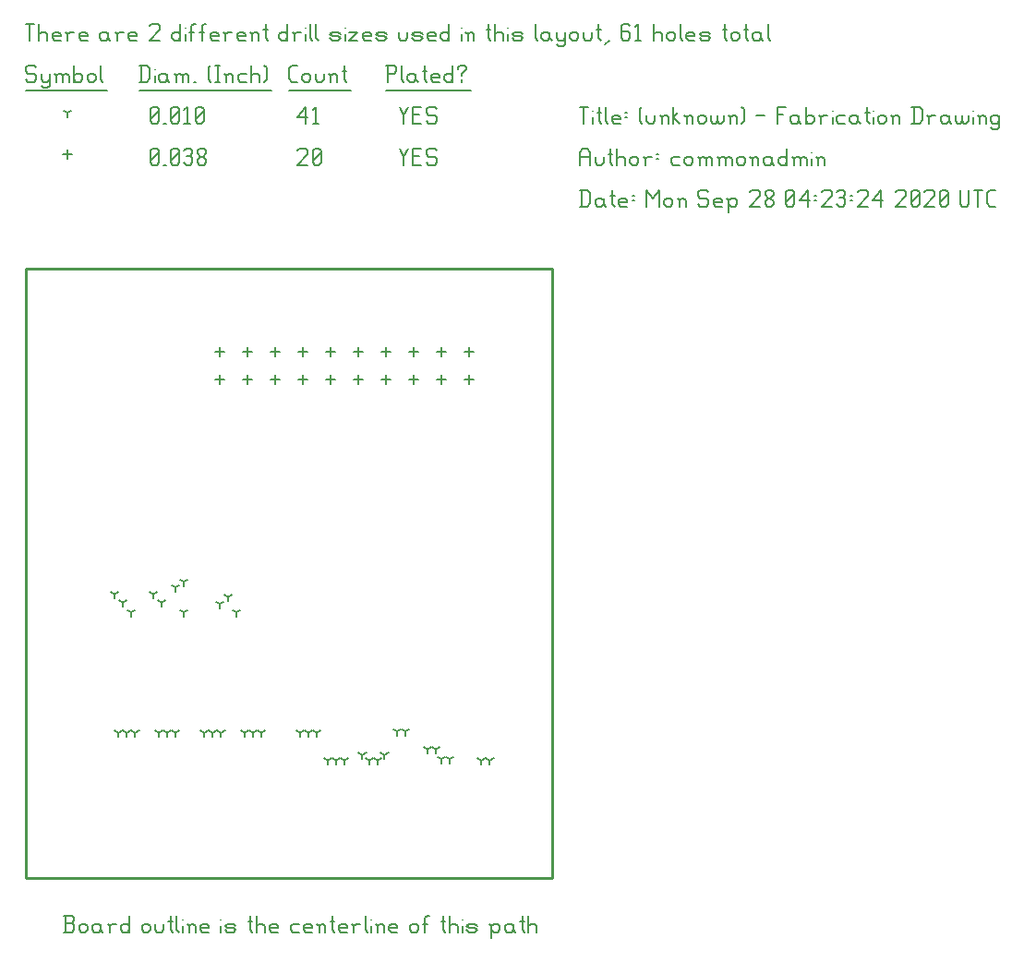
<source format=gbr>
G04 start of page 14 for group -3984 idx -3984 *
G04 Title: (unknown), fab *
G04 Creator: pcb 4.2.0 *
G04 CreationDate: Mon Sep 28 04:23:24 2020 UTC *
G04 For: commonadmin *
G04 Format: Gerber/RS-274X *
G04 PCB-Dimensions (mil): 2000.00 2300.00 *
G04 PCB-Coordinate-Origin: lower left *
%MOIN*%
%FSLAX25Y25*%
%LNFAB*%
%ADD56C,0.0100*%
%ADD55C,0.0075*%
%ADD54C,0.0060*%
%ADD53C,0.0080*%
G54D53*X160000Y201600D02*Y198400D01*
X158400Y200000D02*X161600D01*
X160000Y191600D02*Y188400D01*
X158400Y190000D02*X161600D01*
X150000Y201600D02*Y198400D01*
X148400Y200000D02*X151600D01*
X150000Y191600D02*Y188400D01*
X148400Y190000D02*X151600D01*
X140000Y201600D02*Y198400D01*
X138400Y200000D02*X141600D01*
X140000Y191600D02*Y188400D01*
X138400Y190000D02*X141600D01*
X130000Y201600D02*Y198400D01*
X128400Y200000D02*X131600D01*
X130000Y191600D02*Y188400D01*
X128400Y190000D02*X131600D01*
X120000Y201600D02*Y198400D01*
X118400Y200000D02*X121600D01*
X120000Y191600D02*Y188400D01*
X118400Y190000D02*X121600D01*
X110000Y201600D02*Y198400D01*
X108400Y200000D02*X111600D01*
X110000Y191600D02*Y188400D01*
X108400Y190000D02*X111600D01*
X100000Y201600D02*Y198400D01*
X98400Y200000D02*X101600D01*
X100000Y191600D02*Y188400D01*
X98400Y190000D02*X101600D01*
X90000Y201600D02*Y198400D01*
X88400Y200000D02*X91600D01*
X90000Y191600D02*Y188400D01*
X88400Y190000D02*X91600D01*
X80000Y201600D02*Y198400D01*
X78400Y200000D02*X81600D01*
X80000Y191600D02*Y188400D01*
X78400Y190000D02*X81600D01*
X70000Y201600D02*Y198400D01*
X68400Y200000D02*X71600D01*
X70000Y191600D02*Y188400D01*
X68400Y190000D02*X71600D01*
X15000Y272850D02*Y269650D01*
X13400Y271250D02*X16600D01*
G54D54*X135000Y273500D02*X136500Y270500D01*
X138000Y273500D01*
X136500Y270500D02*Y267500D01*
X139800Y270800D02*X142050D01*
X139800Y267500D02*X142800D01*
X139800Y273500D02*Y267500D01*
Y273500D02*X142800D01*
X147600D02*X148350Y272750D01*
X145350Y273500D02*X147600D01*
X144600Y272750D02*X145350Y273500D01*
X144600Y272750D02*Y271250D01*
X145350Y270500D01*
X147600D01*
X148350Y269750D01*
Y268250D01*
X147600Y267500D02*X148350Y268250D01*
X145350Y267500D02*X147600D01*
X144600Y268250D02*X145350Y267500D01*
X98000Y272750D02*X98750Y273500D01*
X101000D01*
X101750Y272750D01*
Y271250D01*
X98000Y267500D02*X101750Y271250D01*
X98000Y267500D02*X101750D01*
X103550Y268250D02*X104300Y267500D01*
X103550Y272750D02*Y268250D01*
Y272750D02*X104300Y273500D01*
X105800D01*
X106550Y272750D01*
Y268250D01*
X105800Y267500D02*X106550Y268250D01*
X104300Y267500D02*X105800D01*
X103550Y269000D02*X106550Y272000D01*
X45000Y268250D02*X45750Y267500D01*
X45000Y272750D02*Y268250D01*
Y272750D02*X45750Y273500D01*
X47250D01*
X48000Y272750D01*
Y268250D01*
X47250Y267500D02*X48000Y268250D01*
X45750Y267500D02*X47250D01*
X45000Y269000D02*X48000Y272000D01*
X49800Y267500D02*X50550D01*
X52350Y268250D02*X53100Y267500D01*
X52350Y272750D02*Y268250D01*
Y272750D02*X53100Y273500D01*
X54600D01*
X55350Y272750D01*
Y268250D01*
X54600Y267500D02*X55350Y268250D01*
X53100Y267500D02*X54600D01*
X52350Y269000D02*X55350Y272000D01*
X57150Y272750D02*X57900Y273500D01*
X59400D01*
X60150Y272750D01*
X59400Y267500D02*X60150Y268250D01*
X57900Y267500D02*X59400D01*
X57150Y268250D02*X57900Y267500D01*
Y270800D02*X59400D01*
X60150Y272750D02*Y271550D01*
Y270050D02*Y268250D01*
Y270050D02*X59400Y270800D01*
X60150Y271550D02*X59400Y270800D01*
X61950Y268250D02*X62700Y267500D01*
X61950Y269450D02*Y268250D01*
Y269450D02*X63000Y270500D01*
X63900D01*
X64950Y269450D01*
Y268250D01*
X64200Y267500D02*X64950Y268250D01*
X62700Y267500D02*X64200D01*
X61950Y271550D02*X63000Y270500D01*
X61950Y272750D02*Y271550D01*
Y272750D02*X62700Y273500D01*
X64200D01*
X64950Y272750D01*
Y271550D01*
X63900Y270500D02*X64950Y271550D01*
X149999Y53000D02*Y51400D01*
Y53000D02*X151386Y53800D01*
X149999Y53000D02*X148613Y53800D01*
X153000Y53000D02*Y51400D01*
Y53000D02*X154387Y53800D01*
X153000Y53000D02*X151613Y53800D01*
X145000Y56500D02*Y54900D01*
Y56500D02*X146387Y57300D01*
X145000Y56500D02*X143613Y57300D01*
X148000Y56500D02*Y54900D01*
Y56500D02*X149387Y57300D01*
X148000Y56500D02*X146613Y57300D01*
X134000Y63000D02*Y61400D01*
Y63000D02*X135387Y63800D01*
X134000Y63000D02*X132613Y63800D01*
X137000Y63000D02*Y61400D01*
Y63000D02*X138387Y63800D01*
X137000Y63000D02*X135613Y63800D01*
X121500Y54500D02*Y52900D01*
Y54500D02*X122887Y55300D01*
X121500Y54500D02*X120113Y55300D01*
X124000Y52500D02*Y50900D01*
Y52500D02*X125387Y53300D01*
X124000Y52500D02*X122613Y53300D01*
X127000Y52500D02*Y50900D01*
Y52500D02*X128387Y53300D01*
X127000Y52500D02*X125613Y53300D01*
X129500Y54500D02*Y52900D01*
Y54500D02*X130887Y55300D01*
X129500Y54500D02*X128113Y55300D01*
X164500Y52500D02*Y50900D01*
Y52500D02*X165887Y53300D01*
X164500Y52500D02*X163113Y53300D01*
X167500Y52500D02*Y50900D01*
Y52500D02*X168887Y53300D01*
X167500Y52500D02*X166113Y53300D01*
X109000Y52500D02*Y50900D01*
Y52500D02*X110387Y53300D01*
X109000Y52500D02*X107613Y53300D01*
X112000Y52500D02*Y50900D01*
Y52500D02*X113387Y53300D01*
X112000Y52500D02*X110613Y53300D01*
X115000Y52500D02*Y50900D01*
Y52500D02*X116387Y53300D01*
X115000Y52500D02*X113613Y53300D01*
X99000Y62500D02*Y60900D01*
Y62500D02*X100387Y63300D01*
X99000Y62500D02*X97613Y63300D01*
X102000Y62500D02*Y60900D01*
Y62500D02*X103387Y63300D01*
X102000Y62500D02*X100613Y63300D01*
X105000Y62500D02*Y60900D01*
Y62500D02*X106387Y63300D01*
X105000Y62500D02*X103613Y63300D01*
X39500Y62500D02*Y60900D01*
Y62500D02*X40887Y63300D01*
X39500Y62500D02*X38113Y63300D01*
X36500Y62500D02*Y60900D01*
Y62500D02*X37887Y63300D01*
X36500Y62500D02*X35113Y63300D01*
X33500Y62500D02*Y60900D01*
Y62500D02*X34887Y63300D01*
X33500Y62500D02*X32113Y63300D01*
X54000Y62500D02*Y60900D01*
Y62500D02*X55387Y63300D01*
X54000Y62500D02*X52613Y63300D01*
X51000Y62500D02*Y60900D01*
Y62500D02*X52387Y63300D01*
X51000Y62500D02*X49613Y63300D01*
X48000Y62500D02*Y60900D01*
Y62500D02*X49387Y63300D01*
X48000Y62500D02*X46613Y63300D01*
X70500Y62500D02*Y60900D01*
Y62500D02*X71887Y63300D01*
X70500Y62500D02*X69113Y63300D01*
X67500Y62500D02*Y60900D01*
Y62500D02*X68887Y63300D01*
X67500Y62500D02*X66113Y63300D01*
X64500Y62500D02*Y60900D01*
Y62500D02*X65887Y63300D01*
X64500Y62500D02*X63113Y63300D01*
X85000Y62500D02*Y60900D01*
Y62500D02*X86387Y63300D01*
X85000Y62500D02*X83613Y63300D01*
X82000Y62500D02*Y60900D01*
Y62500D02*X83387Y63300D01*
X82000Y62500D02*X80613Y63300D01*
X79000Y62500D02*Y60900D01*
Y62500D02*X80387Y63300D01*
X79000Y62500D02*X77613Y63300D01*
X57000Y117000D02*Y115400D01*
Y117000D02*X58387Y117800D01*
X57000Y117000D02*X55613Y117800D01*
X54000Y115000D02*Y113400D01*
Y115000D02*X55387Y115800D01*
X54000Y115000D02*X52613Y115800D01*
X73000Y111500D02*Y109900D01*
Y111500D02*X74387Y112300D01*
X73000Y111500D02*X71613Y112300D01*
X70000Y109000D02*Y107400D01*
Y109000D02*X71387Y109800D01*
X70000Y109000D02*X68613Y109800D01*
X57000Y106000D02*Y104400D01*
Y106000D02*X58387Y106800D01*
X57000Y106000D02*X55613Y106800D01*
X76000Y106000D02*Y104400D01*
Y106000D02*X77387Y106800D01*
X76000Y106000D02*X74613Y106800D01*
X38000Y106000D02*Y104400D01*
Y106000D02*X39387Y106800D01*
X38000Y106000D02*X36613Y106800D01*
X49000Y109500D02*Y107900D01*
Y109500D02*X50387Y110300D01*
X49000Y109500D02*X47613Y110300D01*
X35000Y109500D02*Y107900D01*
Y109500D02*X36387Y110300D01*
X35000Y109500D02*X33613Y110300D01*
X32000Y112500D02*Y110900D01*
Y112500D02*X33387Y113300D01*
X32000Y112500D02*X30613Y113300D01*
X46000Y112500D02*Y110900D01*
Y112500D02*X47387Y113300D01*
X46000Y112500D02*X44613Y113300D01*
X15000Y286250D02*Y284650D01*
Y286250D02*X16387Y287050D01*
X15000Y286250D02*X13613Y287050D01*
X135000Y288500D02*X136500Y285500D01*
X138000Y288500D01*
X136500Y285500D02*Y282500D01*
X139800Y285800D02*X142050D01*
X139800Y282500D02*X142800D01*
X139800Y288500D02*Y282500D01*
Y288500D02*X142800D01*
X147600D02*X148350Y287750D01*
X145350Y288500D02*X147600D01*
X144600Y287750D02*X145350Y288500D01*
X144600Y287750D02*Y286250D01*
X145350Y285500D01*
X147600D01*
X148350Y284750D01*
Y283250D01*
X147600Y282500D02*X148350Y283250D01*
X145350Y282500D02*X147600D01*
X144600Y283250D02*X145350Y282500D01*
X98000Y284750D02*X101000Y288500D01*
X98000Y284750D02*X101750D01*
X101000Y288500D02*Y282500D01*
X103550Y287300D02*X104750Y288500D01*
Y282500D01*
X103550D02*X105800D01*
X45000Y283250D02*X45750Y282500D01*
X45000Y287750D02*Y283250D01*
Y287750D02*X45750Y288500D01*
X47250D01*
X48000Y287750D01*
Y283250D01*
X47250Y282500D02*X48000Y283250D01*
X45750Y282500D02*X47250D01*
X45000Y284000D02*X48000Y287000D01*
X49800Y282500D02*X50550D01*
X52350Y283250D02*X53100Y282500D01*
X52350Y287750D02*Y283250D01*
Y287750D02*X53100Y288500D01*
X54600D01*
X55350Y287750D01*
Y283250D01*
X54600Y282500D02*X55350Y283250D01*
X53100Y282500D02*X54600D01*
X52350Y284000D02*X55350Y287000D01*
X57150Y287300D02*X58350Y288500D01*
Y282500D01*
X57150D02*X59400D01*
X61200Y283250D02*X61950Y282500D01*
X61200Y287750D02*Y283250D01*
Y287750D02*X61950Y288500D01*
X63450D01*
X64200Y287750D01*
Y283250D01*
X63450Y282500D02*X64200Y283250D01*
X61950Y282500D02*X63450D01*
X61200Y284000D02*X64200Y287000D01*
X3000Y303500D02*X3750Y302750D01*
X750Y303500D02*X3000D01*
X0Y302750D02*X750Y303500D01*
X0Y302750D02*Y301250D01*
X750Y300500D01*
X3000D01*
X3750Y299750D01*
Y298250D01*
X3000Y297500D02*X3750Y298250D01*
X750Y297500D02*X3000D01*
X0Y298250D02*X750Y297500D01*
X5550Y300500D02*Y298250D01*
X6300Y297500D01*
X8550Y300500D02*Y296000D01*
X7800Y295250D02*X8550Y296000D01*
X6300Y295250D02*X7800D01*
X5550Y296000D02*X6300Y295250D01*
Y297500D02*X7800D01*
X8550Y298250D01*
X11100Y299750D02*Y297500D01*
Y299750D02*X11850Y300500D01*
X12600D01*
X13350Y299750D01*
Y297500D01*
Y299750D02*X14100Y300500D01*
X14850D01*
X15600Y299750D01*
Y297500D01*
X10350Y300500D02*X11100Y299750D01*
X17400Y303500D02*Y297500D01*
Y298250D02*X18150Y297500D01*
X19650D01*
X20400Y298250D01*
Y299750D02*Y298250D01*
X19650Y300500D02*X20400Y299750D01*
X18150Y300500D02*X19650D01*
X17400Y299750D02*X18150Y300500D01*
X22200Y299750D02*Y298250D01*
Y299750D02*X22950Y300500D01*
X24450D01*
X25200Y299750D01*
Y298250D01*
X24450Y297500D02*X25200Y298250D01*
X22950Y297500D02*X24450D01*
X22200Y298250D02*X22950Y297500D01*
X27000Y303500D02*Y298250D01*
X27750Y297500D01*
X0Y294250D02*X29250D01*
X41750Y303500D02*Y297500D01*
X43700Y303500D02*X44750Y302450D01*
Y298550D01*
X43700Y297500D02*X44750Y298550D01*
X41000Y297500D02*X43700D01*
X41000Y303500D02*X43700D01*
G54D55*X46550Y302000D02*Y301850D01*
G54D54*Y299750D02*Y297500D01*
X50300Y300500D02*X51050Y299750D01*
X48800Y300500D02*X50300D01*
X48050Y299750D02*X48800Y300500D01*
X48050Y299750D02*Y298250D01*
X48800Y297500D01*
X51050Y300500D02*Y298250D01*
X51800Y297500D01*
X48800D02*X50300D01*
X51050Y298250D01*
X54350Y299750D02*Y297500D01*
Y299750D02*X55100Y300500D01*
X55850D01*
X56600Y299750D01*
Y297500D01*
Y299750D02*X57350Y300500D01*
X58100D01*
X58850Y299750D01*
Y297500D01*
X53600Y300500D02*X54350Y299750D01*
X60650Y297500D02*X61400D01*
X65900Y298250D02*X66650Y297500D01*
X65900Y302750D02*X66650Y303500D01*
X65900Y302750D02*Y298250D01*
X68450Y303500D02*X69950D01*
X69200D02*Y297500D01*
X68450D02*X69950D01*
X72500Y299750D02*Y297500D01*
Y299750D02*X73250Y300500D01*
X74000D01*
X74750Y299750D01*
Y297500D01*
X71750Y300500D02*X72500Y299750D01*
X77300Y300500D02*X79550D01*
X76550Y299750D02*X77300Y300500D01*
X76550Y299750D02*Y298250D01*
X77300Y297500D01*
X79550D01*
X81350Y303500D02*Y297500D01*
Y299750D02*X82100Y300500D01*
X83600D01*
X84350Y299750D01*
Y297500D01*
X86150Y303500D02*X86900Y302750D01*
Y298250D01*
X86150Y297500D02*X86900Y298250D01*
X41000Y294250D02*X88700D01*
X96050Y297500D02*X98000D01*
X95000Y298550D02*X96050Y297500D01*
X95000Y302450D02*Y298550D01*
Y302450D02*X96050Y303500D01*
X98000D01*
X99800Y299750D02*Y298250D01*
Y299750D02*X100550Y300500D01*
X102050D01*
X102800Y299750D01*
Y298250D01*
X102050Y297500D02*X102800Y298250D01*
X100550Y297500D02*X102050D01*
X99800Y298250D02*X100550Y297500D01*
X104600Y300500D02*Y298250D01*
X105350Y297500D01*
X106850D01*
X107600Y298250D01*
Y300500D02*Y298250D01*
X110150Y299750D02*Y297500D01*
Y299750D02*X110900Y300500D01*
X111650D01*
X112400Y299750D01*
Y297500D01*
X109400Y300500D02*X110150Y299750D01*
X114950Y303500D02*Y298250D01*
X115700Y297500D01*
X114200Y301250D02*X115700D01*
X95000Y294250D02*X117200D01*
X130750Y303500D02*Y297500D01*
X130000Y303500D02*X133000D01*
X133750Y302750D01*
Y301250D01*
X133000Y300500D02*X133750Y301250D01*
X130750Y300500D02*X133000D01*
X135550Y303500D02*Y298250D01*
X136300Y297500D01*
X140050Y300500D02*X140800Y299750D01*
X138550Y300500D02*X140050D01*
X137800Y299750D02*X138550Y300500D01*
X137800Y299750D02*Y298250D01*
X138550Y297500D01*
X140800Y300500D02*Y298250D01*
X141550Y297500D01*
X138550D02*X140050D01*
X140800Y298250D01*
X144100Y303500D02*Y298250D01*
X144850Y297500D01*
X143350Y301250D02*X144850D01*
X147100Y297500D02*X149350D01*
X146350Y298250D02*X147100Y297500D01*
X146350Y299750D02*Y298250D01*
Y299750D02*X147100Y300500D01*
X148600D01*
X149350Y299750D01*
X146350Y299000D02*X149350D01*
Y299750D02*Y299000D01*
X154150Y303500D02*Y297500D01*
X153400D02*X154150Y298250D01*
X151900Y297500D02*X153400D01*
X151150Y298250D02*X151900Y297500D01*
X151150Y299750D02*Y298250D01*
Y299750D02*X151900Y300500D01*
X153400D01*
X154150Y299750D01*
X157450Y300500D02*Y299750D01*
Y298250D02*Y297500D01*
X155950Y302750D02*Y302000D01*
Y302750D02*X156700Y303500D01*
X158200D01*
X158950Y302750D01*
Y302000D01*
X157450Y300500D02*X158950Y302000D01*
X130000Y294250D02*X160750D01*
X0Y318500D02*X3000D01*
X1500D02*Y312500D01*
X4800Y318500D02*Y312500D01*
Y314750D02*X5550Y315500D01*
X7050D01*
X7800Y314750D01*
Y312500D01*
X10350D02*X12600D01*
X9600Y313250D02*X10350Y312500D01*
X9600Y314750D02*Y313250D01*
Y314750D02*X10350Y315500D01*
X11850D01*
X12600Y314750D01*
X9600Y314000D02*X12600D01*
Y314750D02*Y314000D01*
X15150Y314750D02*Y312500D01*
Y314750D02*X15900Y315500D01*
X17400D01*
X14400D02*X15150Y314750D01*
X19950Y312500D02*X22200D01*
X19200Y313250D02*X19950Y312500D01*
X19200Y314750D02*Y313250D01*
Y314750D02*X19950Y315500D01*
X21450D01*
X22200Y314750D01*
X19200Y314000D02*X22200D01*
Y314750D02*Y314000D01*
X28950Y315500D02*X29700Y314750D01*
X27450Y315500D02*X28950D01*
X26700Y314750D02*X27450Y315500D01*
X26700Y314750D02*Y313250D01*
X27450Y312500D01*
X29700Y315500D02*Y313250D01*
X30450Y312500D01*
X27450D02*X28950D01*
X29700Y313250D01*
X33000Y314750D02*Y312500D01*
Y314750D02*X33750Y315500D01*
X35250D01*
X32250D02*X33000Y314750D01*
X37800Y312500D02*X40050D01*
X37050Y313250D02*X37800Y312500D01*
X37050Y314750D02*Y313250D01*
Y314750D02*X37800Y315500D01*
X39300D01*
X40050Y314750D01*
X37050Y314000D02*X40050D01*
Y314750D02*Y314000D01*
X44550Y317750D02*X45300Y318500D01*
X47550D01*
X48300Y317750D01*
Y316250D01*
X44550Y312500D02*X48300Y316250D01*
X44550Y312500D02*X48300D01*
X55800Y318500D02*Y312500D01*
X55050D02*X55800Y313250D01*
X53550Y312500D02*X55050D01*
X52800Y313250D02*X53550Y312500D01*
X52800Y314750D02*Y313250D01*
Y314750D02*X53550Y315500D01*
X55050D01*
X55800Y314750D01*
G54D55*X57600Y317000D02*Y316850D01*
G54D54*Y314750D02*Y312500D01*
X59850Y317750D02*Y312500D01*
Y317750D02*X60600Y318500D01*
X61350D01*
X59100Y315500D02*X60600D01*
X63600Y317750D02*Y312500D01*
Y317750D02*X64350Y318500D01*
X65100D01*
X62850Y315500D02*X64350D01*
X67350Y312500D02*X69600D01*
X66600Y313250D02*X67350Y312500D01*
X66600Y314750D02*Y313250D01*
Y314750D02*X67350Y315500D01*
X68850D01*
X69600Y314750D01*
X66600Y314000D02*X69600D01*
Y314750D02*Y314000D01*
X72150Y314750D02*Y312500D01*
Y314750D02*X72900Y315500D01*
X74400D01*
X71400D02*X72150Y314750D01*
X76950Y312500D02*X79200D01*
X76200Y313250D02*X76950Y312500D01*
X76200Y314750D02*Y313250D01*
Y314750D02*X76950Y315500D01*
X78450D01*
X79200Y314750D01*
X76200Y314000D02*X79200D01*
Y314750D02*Y314000D01*
X81750Y314750D02*Y312500D01*
Y314750D02*X82500Y315500D01*
X83250D01*
X84000Y314750D01*
Y312500D01*
X81000Y315500D02*X81750Y314750D01*
X86550Y318500D02*Y313250D01*
X87300Y312500D01*
X85800Y316250D02*X87300D01*
X94500Y318500D02*Y312500D01*
X93750D02*X94500Y313250D01*
X92250Y312500D02*X93750D01*
X91500Y313250D02*X92250Y312500D01*
X91500Y314750D02*Y313250D01*
Y314750D02*X92250Y315500D01*
X93750D01*
X94500Y314750D01*
X97050D02*Y312500D01*
Y314750D02*X97800Y315500D01*
X99300D01*
X96300D02*X97050Y314750D01*
G54D55*X101100Y317000D02*Y316850D01*
G54D54*Y314750D02*Y312500D01*
X102600Y318500D02*Y313250D01*
X103350Y312500D01*
X104850Y318500D02*Y313250D01*
X105600Y312500D01*
X110550D02*X112800D01*
X113550Y313250D01*
X112800Y314000D02*X113550Y313250D01*
X110550Y314000D02*X112800D01*
X109800Y314750D02*X110550Y314000D01*
X109800Y314750D02*X110550Y315500D01*
X112800D01*
X113550Y314750D01*
X109800Y313250D02*X110550Y312500D01*
G54D55*X115350Y317000D02*Y316850D01*
G54D54*Y314750D02*Y312500D01*
X116850Y315500D02*X119850D01*
X116850Y312500D02*X119850Y315500D01*
X116850Y312500D02*X119850D01*
X122400D02*X124650D01*
X121650Y313250D02*X122400Y312500D01*
X121650Y314750D02*Y313250D01*
Y314750D02*X122400Y315500D01*
X123900D01*
X124650Y314750D01*
X121650Y314000D02*X124650D01*
Y314750D02*Y314000D01*
X127200Y312500D02*X129450D01*
X130200Y313250D01*
X129450Y314000D02*X130200Y313250D01*
X127200Y314000D02*X129450D01*
X126450Y314750D02*X127200Y314000D01*
X126450Y314750D02*X127200Y315500D01*
X129450D01*
X130200Y314750D01*
X126450Y313250D02*X127200Y312500D01*
X134700Y315500D02*Y313250D01*
X135450Y312500D01*
X136950D01*
X137700Y313250D01*
Y315500D02*Y313250D01*
X140250Y312500D02*X142500D01*
X143250Y313250D01*
X142500Y314000D02*X143250Y313250D01*
X140250Y314000D02*X142500D01*
X139500Y314750D02*X140250Y314000D01*
X139500Y314750D02*X140250Y315500D01*
X142500D01*
X143250Y314750D01*
X139500Y313250D02*X140250Y312500D01*
X145800D02*X148050D01*
X145050Y313250D02*X145800Y312500D01*
X145050Y314750D02*Y313250D01*
Y314750D02*X145800Y315500D01*
X147300D01*
X148050Y314750D01*
X145050Y314000D02*X148050D01*
Y314750D02*Y314000D01*
X152850Y318500D02*Y312500D01*
X152100D02*X152850Y313250D01*
X150600Y312500D02*X152100D01*
X149850Y313250D02*X150600Y312500D01*
X149850Y314750D02*Y313250D01*
Y314750D02*X150600Y315500D01*
X152100D01*
X152850Y314750D01*
G54D55*X157350Y317000D02*Y316850D01*
G54D54*Y314750D02*Y312500D01*
X159600Y314750D02*Y312500D01*
Y314750D02*X160350Y315500D01*
X161100D01*
X161850Y314750D01*
Y312500D01*
X158850Y315500D02*X159600Y314750D01*
X167100Y318500D02*Y313250D01*
X167850Y312500D01*
X166350Y316250D02*X167850D01*
X169350Y318500D02*Y312500D01*
Y314750D02*X170100Y315500D01*
X171600D01*
X172350Y314750D01*
Y312500D01*
G54D55*X174150Y317000D02*Y316850D01*
G54D54*Y314750D02*Y312500D01*
X176400D02*X178650D01*
X179400Y313250D01*
X178650Y314000D02*X179400Y313250D01*
X176400Y314000D02*X178650D01*
X175650Y314750D02*X176400Y314000D01*
X175650Y314750D02*X176400Y315500D01*
X178650D01*
X179400Y314750D01*
X175650Y313250D02*X176400Y312500D01*
X183900Y318500D02*Y313250D01*
X184650Y312500D01*
X188400Y315500D02*X189150Y314750D01*
X186900Y315500D02*X188400D01*
X186150Y314750D02*X186900Y315500D01*
X186150Y314750D02*Y313250D01*
X186900Y312500D01*
X189150Y315500D02*Y313250D01*
X189900Y312500D01*
X186900D02*X188400D01*
X189150Y313250D01*
X191700Y315500D02*Y313250D01*
X192450Y312500D01*
X194700Y315500D02*Y311000D01*
X193950Y310250D02*X194700Y311000D01*
X192450Y310250D02*X193950D01*
X191700Y311000D02*X192450Y310250D01*
Y312500D02*X193950D01*
X194700Y313250D01*
X196500Y314750D02*Y313250D01*
Y314750D02*X197250Y315500D01*
X198750D01*
X199500Y314750D01*
Y313250D01*
X198750Y312500D02*X199500Y313250D01*
X197250Y312500D02*X198750D01*
X196500Y313250D02*X197250Y312500D01*
X201300Y315500D02*Y313250D01*
X202050Y312500D01*
X203550D01*
X204300Y313250D01*
Y315500D02*Y313250D01*
X206850Y318500D02*Y313250D01*
X207600Y312500D01*
X206100Y316250D02*X207600D01*
X209100Y311000D02*X210600Y312500D01*
X217350Y318500D02*X218100Y317750D01*
X215850Y318500D02*X217350D01*
X215100Y317750D02*X215850Y318500D01*
X215100Y317750D02*Y313250D01*
X215850Y312500D01*
X217350Y315800D02*X218100Y315050D01*
X215100Y315800D02*X217350D01*
X215850Y312500D02*X217350D01*
X218100Y313250D01*
Y315050D02*Y313250D01*
X219900Y317300D02*X221100Y318500D01*
Y312500D01*
X219900D02*X222150D01*
X226650Y318500D02*Y312500D01*
Y314750D02*X227400Y315500D01*
X228900D01*
X229650Y314750D01*
Y312500D01*
X231450Y314750D02*Y313250D01*
Y314750D02*X232200Y315500D01*
X233700D01*
X234450Y314750D01*
Y313250D01*
X233700Y312500D02*X234450Y313250D01*
X232200Y312500D02*X233700D01*
X231450Y313250D02*X232200Y312500D01*
X236250Y318500D02*Y313250D01*
X237000Y312500D01*
X239250D02*X241500D01*
X238500Y313250D02*X239250Y312500D01*
X238500Y314750D02*Y313250D01*
Y314750D02*X239250Y315500D01*
X240750D01*
X241500Y314750D01*
X238500Y314000D02*X241500D01*
Y314750D02*Y314000D01*
X244050Y312500D02*X246300D01*
X247050Y313250D01*
X246300Y314000D02*X247050Y313250D01*
X244050Y314000D02*X246300D01*
X243300Y314750D02*X244050Y314000D01*
X243300Y314750D02*X244050Y315500D01*
X246300D01*
X247050Y314750D01*
X243300Y313250D02*X244050Y312500D01*
X252300Y318500D02*Y313250D01*
X253050Y312500D01*
X251550Y316250D02*X253050D01*
X254550Y314750D02*Y313250D01*
Y314750D02*X255300Y315500D01*
X256800D01*
X257550Y314750D01*
Y313250D01*
X256800Y312500D02*X257550Y313250D01*
X255300Y312500D02*X256800D01*
X254550Y313250D02*X255300Y312500D01*
X260100Y318500D02*Y313250D01*
X260850Y312500D01*
X259350Y316250D02*X260850D01*
X264600Y315500D02*X265350Y314750D01*
X263100Y315500D02*X264600D01*
X262350Y314750D02*X263100Y315500D01*
X262350Y314750D02*Y313250D01*
X263100Y312500D01*
X265350Y315500D02*Y313250D01*
X266100Y312500D01*
X263100D02*X264600D01*
X265350Y313250D01*
X267900Y318500D02*Y313250D01*
X268650Y312500D01*
G54D56*X0Y230000D02*X190000D01*
Y10000D01*
X0D01*
Y230000D01*
G54D54*X13675Y-9500D02*X16675D01*
X17425Y-8750D01*
Y-6950D02*Y-8750D01*
X16675Y-6200D02*X17425Y-6950D01*
X14425Y-6200D02*X16675D01*
X14425Y-3500D02*Y-9500D01*
X13675Y-3500D02*X16675D01*
X17425Y-4250D01*
Y-5450D01*
X16675Y-6200D02*X17425Y-5450D01*
X19225Y-7250D02*Y-8750D01*
Y-7250D02*X19975Y-6500D01*
X21475D01*
X22225Y-7250D01*
Y-8750D01*
X21475Y-9500D02*X22225Y-8750D01*
X19975Y-9500D02*X21475D01*
X19225Y-8750D02*X19975Y-9500D01*
X26275Y-6500D02*X27025Y-7250D01*
X24775Y-6500D02*X26275D01*
X24025Y-7250D02*X24775Y-6500D01*
X24025Y-7250D02*Y-8750D01*
X24775Y-9500D01*
X27025Y-6500D02*Y-8750D01*
X27775Y-9500D01*
X24775D02*X26275D01*
X27025Y-8750D01*
X30325Y-7250D02*Y-9500D01*
Y-7250D02*X31075Y-6500D01*
X32575D01*
X29575D02*X30325Y-7250D01*
X37375Y-3500D02*Y-9500D01*
X36625D02*X37375Y-8750D01*
X35125Y-9500D02*X36625D01*
X34375Y-8750D02*X35125Y-9500D01*
X34375Y-7250D02*Y-8750D01*
Y-7250D02*X35125Y-6500D01*
X36625D01*
X37375Y-7250D01*
X41875D02*Y-8750D01*
Y-7250D02*X42625Y-6500D01*
X44125D01*
X44875Y-7250D01*
Y-8750D01*
X44125Y-9500D02*X44875Y-8750D01*
X42625Y-9500D02*X44125D01*
X41875Y-8750D02*X42625Y-9500D01*
X46675Y-6500D02*Y-8750D01*
X47425Y-9500D01*
X48925D01*
X49675Y-8750D01*
Y-6500D02*Y-8750D01*
X52225Y-3500D02*Y-8750D01*
X52975Y-9500D01*
X51475Y-5750D02*X52975D01*
X54475Y-3500D02*Y-8750D01*
X55225Y-9500D01*
G54D55*X56725Y-5000D02*Y-5150D01*
G54D54*Y-7250D02*Y-9500D01*
X58975Y-7250D02*Y-9500D01*
Y-7250D02*X59725Y-6500D01*
X60475D01*
X61225Y-7250D01*
Y-9500D01*
X58225Y-6500D02*X58975Y-7250D01*
X63775Y-9500D02*X66025D01*
X63025Y-8750D02*X63775Y-9500D01*
X63025Y-7250D02*Y-8750D01*
Y-7250D02*X63775Y-6500D01*
X65275D01*
X66025Y-7250D01*
X63025Y-8000D02*X66025D01*
Y-7250D02*Y-8000D01*
G54D55*X70525Y-5000D02*Y-5150D01*
G54D54*Y-7250D02*Y-9500D01*
X72775D02*X75025D01*
X75775Y-8750D01*
X75025Y-8000D02*X75775Y-8750D01*
X72775Y-8000D02*X75025D01*
X72025Y-7250D02*X72775Y-8000D01*
X72025Y-7250D02*X72775Y-6500D01*
X75025D01*
X75775Y-7250D01*
X72025Y-8750D02*X72775Y-9500D01*
X81025Y-3500D02*Y-8750D01*
X81775Y-9500D01*
X80275Y-5750D02*X81775D01*
X83275Y-3500D02*Y-9500D01*
Y-7250D02*X84025Y-6500D01*
X85525D01*
X86275Y-7250D01*
Y-9500D01*
X88825D02*X91075D01*
X88075Y-8750D02*X88825Y-9500D01*
X88075Y-7250D02*Y-8750D01*
Y-7250D02*X88825Y-6500D01*
X90325D01*
X91075Y-7250D01*
X88075Y-8000D02*X91075D01*
Y-7250D02*Y-8000D01*
X96325Y-6500D02*X98575D01*
X95575Y-7250D02*X96325Y-6500D01*
X95575Y-7250D02*Y-8750D01*
X96325Y-9500D01*
X98575D01*
X101125D02*X103375D01*
X100375Y-8750D02*X101125Y-9500D01*
X100375Y-7250D02*Y-8750D01*
Y-7250D02*X101125Y-6500D01*
X102625D01*
X103375Y-7250D01*
X100375Y-8000D02*X103375D01*
Y-7250D02*Y-8000D01*
X105925Y-7250D02*Y-9500D01*
Y-7250D02*X106675Y-6500D01*
X107425D01*
X108175Y-7250D01*
Y-9500D01*
X105175Y-6500D02*X105925Y-7250D01*
X110725Y-3500D02*Y-8750D01*
X111475Y-9500D01*
X109975Y-5750D02*X111475D01*
X113725Y-9500D02*X115975D01*
X112975Y-8750D02*X113725Y-9500D01*
X112975Y-7250D02*Y-8750D01*
Y-7250D02*X113725Y-6500D01*
X115225D01*
X115975Y-7250D01*
X112975Y-8000D02*X115975D01*
Y-7250D02*Y-8000D01*
X118525Y-7250D02*Y-9500D01*
Y-7250D02*X119275Y-6500D01*
X120775D01*
X117775D02*X118525Y-7250D01*
X122575Y-3500D02*Y-8750D01*
X123325Y-9500D01*
G54D55*X124825Y-5000D02*Y-5150D01*
G54D54*Y-7250D02*Y-9500D01*
X127075Y-7250D02*Y-9500D01*
Y-7250D02*X127825Y-6500D01*
X128575D01*
X129325Y-7250D01*
Y-9500D01*
X126325Y-6500D02*X127075Y-7250D01*
X131875Y-9500D02*X134125D01*
X131125Y-8750D02*X131875Y-9500D01*
X131125Y-7250D02*Y-8750D01*
Y-7250D02*X131875Y-6500D01*
X133375D01*
X134125Y-7250D01*
X131125Y-8000D02*X134125D01*
Y-7250D02*Y-8000D01*
X138625Y-7250D02*Y-8750D01*
Y-7250D02*X139375Y-6500D01*
X140875D01*
X141625Y-7250D01*
Y-8750D01*
X140875Y-9500D02*X141625Y-8750D01*
X139375Y-9500D02*X140875D01*
X138625Y-8750D02*X139375Y-9500D01*
X144175Y-4250D02*Y-9500D01*
Y-4250D02*X144925Y-3500D01*
X145675D01*
X143425Y-6500D02*X144925D01*
X150625Y-3500D02*Y-8750D01*
X151375Y-9500D01*
X149875Y-5750D02*X151375D01*
X152875Y-3500D02*Y-9500D01*
Y-7250D02*X153625Y-6500D01*
X155125D01*
X155875Y-7250D01*
Y-9500D01*
G54D55*X157675Y-5000D02*Y-5150D01*
G54D54*Y-7250D02*Y-9500D01*
X159925D02*X162175D01*
X162925Y-8750D01*
X162175Y-8000D02*X162925Y-8750D01*
X159925Y-8000D02*X162175D01*
X159175Y-7250D02*X159925Y-8000D01*
X159175Y-7250D02*X159925Y-6500D01*
X162175D01*
X162925Y-7250D01*
X159175Y-8750D02*X159925Y-9500D01*
X168175Y-7250D02*Y-11750D01*
X167425Y-6500D02*X168175Y-7250D01*
X168925Y-6500D01*
X170425D01*
X171175Y-7250D01*
Y-8750D01*
X170425Y-9500D02*X171175Y-8750D01*
X168925Y-9500D02*X170425D01*
X168175Y-8750D02*X168925Y-9500D01*
X175225Y-6500D02*X175975Y-7250D01*
X173725Y-6500D02*X175225D01*
X172975Y-7250D02*X173725Y-6500D01*
X172975Y-7250D02*Y-8750D01*
X173725Y-9500D01*
X175975Y-6500D02*Y-8750D01*
X176725Y-9500D01*
X173725D02*X175225D01*
X175975Y-8750D01*
X179275Y-3500D02*Y-8750D01*
X180025Y-9500D01*
X178525Y-5750D02*X180025D01*
X181525Y-3500D02*Y-9500D01*
Y-7250D02*X182275Y-6500D01*
X183775D01*
X184525Y-7250D01*
Y-9500D01*
X200750Y258500D02*Y252500D01*
X202700Y258500D02*X203750Y257450D01*
Y253550D01*
X202700Y252500D02*X203750Y253550D01*
X200000Y252500D02*X202700D01*
X200000Y258500D02*X202700D01*
X207800Y255500D02*X208550Y254750D01*
X206300Y255500D02*X207800D01*
X205550Y254750D02*X206300Y255500D01*
X205550Y254750D02*Y253250D01*
X206300Y252500D01*
X208550Y255500D02*Y253250D01*
X209300Y252500D01*
X206300D02*X207800D01*
X208550Y253250D01*
X211850Y258500D02*Y253250D01*
X212600Y252500D01*
X211100Y256250D02*X212600D01*
X214850Y252500D02*X217100D01*
X214100Y253250D02*X214850Y252500D01*
X214100Y254750D02*Y253250D01*
Y254750D02*X214850Y255500D01*
X216350D01*
X217100Y254750D01*
X214100Y254000D02*X217100D01*
Y254750D02*Y254000D01*
X218900Y256250D02*X219650D01*
X218900Y254750D02*X219650D01*
X224150Y258500D02*Y252500D01*
Y258500D02*X226400Y255500D01*
X228650Y258500D01*
Y252500D01*
X230450Y254750D02*Y253250D01*
Y254750D02*X231200Y255500D01*
X232700D01*
X233450Y254750D01*
Y253250D01*
X232700Y252500D02*X233450Y253250D01*
X231200Y252500D02*X232700D01*
X230450Y253250D02*X231200Y252500D01*
X236000Y254750D02*Y252500D01*
Y254750D02*X236750Y255500D01*
X237500D01*
X238250Y254750D01*
Y252500D01*
X235250Y255500D02*X236000Y254750D01*
X245750Y258500D02*X246500Y257750D01*
X243500Y258500D02*X245750D01*
X242750Y257750D02*X243500Y258500D01*
X242750Y257750D02*Y256250D01*
X243500Y255500D01*
X245750D01*
X246500Y254750D01*
Y253250D01*
X245750Y252500D02*X246500Y253250D01*
X243500Y252500D02*X245750D01*
X242750Y253250D02*X243500Y252500D01*
X249050D02*X251300D01*
X248300Y253250D02*X249050Y252500D01*
X248300Y254750D02*Y253250D01*
Y254750D02*X249050Y255500D01*
X250550D01*
X251300Y254750D01*
X248300Y254000D02*X251300D01*
Y254750D02*Y254000D01*
X253850Y254750D02*Y250250D01*
X253100Y255500D02*X253850Y254750D01*
X254600Y255500D01*
X256100D01*
X256850Y254750D01*
Y253250D01*
X256100Y252500D02*X256850Y253250D01*
X254600Y252500D02*X256100D01*
X253850Y253250D02*X254600Y252500D01*
X261350Y257750D02*X262100Y258500D01*
X264350D01*
X265100Y257750D01*
Y256250D01*
X261350Y252500D02*X265100Y256250D01*
X261350Y252500D02*X265100D01*
X266900Y253250D02*X267650Y252500D01*
X266900Y254450D02*Y253250D01*
Y254450D02*X267950Y255500D01*
X268850D01*
X269900Y254450D01*
Y253250D01*
X269150Y252500D02*X269900Y253250D01*
X267650Y252500D02*X269150D01*
X266900Y256550D02*X267950Y255500D01*
X266900Y257750D02*Y256550D01*
Y257750D02*X267650Y258500D01*
X269150D01*
X269900Y257750D01*
Y256550D01*
X268850Y255500D02*X269900Y256550D01*
X274400Y253250D02*X275150Y252500D01*
X274400Y257750D02*Y253250D01*
Y257750D02*X275150Y258500D01*
X276650D01*
X277400Y257750D01*
Y253250D01*
X276650Y252500D02*X277400Y253250D01*
X275150Y252500D02*X276650D01*
X274400Y254000D02*X277400Y257000D01*
X279200Y254750D02*X282200Y258500D01*
X279200Y254750D02*X282950D01*
X282200Y258500D02*Y252500D01*
X284750Y256250D02*X285500D01*
X284750Y254750D02*X285500D01*
X287300Y257750D02*X288050Y258500D01*
X290300D01*
X291050Y257750D01*
Y256250D01*
X287300Y252500D02*X291050Y256250D01*
X287300Y252500D02*X291050D01*
X292850Y257750D02*X293600Y258500D01*
X295100D01*
X295850Y257750D01*
X295100Y252500D02*X295850Y253250D01*
X293600Y252500D02*X295100D01*
X292850Y253250D02*X293600Y252500D01*
Y255800D02*X295100D01*
X295850Y257750D02*Y256550D01*
Y255050D02*Y253250D01*
Y255050D02*X295100Y255800D01*
X295850Y256550D02*X295100Y255800D01*
X297650Y256250D02*X298400D01*
X297650Y254750D02*X298400D01*
X300200Y257750D02*X300950Y258500D01*
X303200D01*
X303950Y257750D01*
Y256250D01*
X300200Y252500D02*X303950Y256250D01*
X300200Y252500D02*X303950D01*
X305750Y254750D02*X308750Y258500D01*
X305750Y254750D02*X309500D01*
X308750Y258500D02*Y252500D01*
X314000Y257750D02*X314750Y258500D01*
X317000D01*
X317750Y257750D01*
Y256250D01*
X314000Y252500D02*X317750Y256250D01*
X314000Y252500D02*X317750D01*
X319550Y253250D02*X320300Y252500D01*
X319550Y257750D02*Y253250D01*
Y257750D02*X320300Y258500D01*
X321800D01*
X322550Y257750D01*
Y253250D01*
X321800Y252500D02*X322550Y253250D01*
X320300Y252500D02*X321800D01*
X319550Y254000D02*X322550Y257000D01*
X324350Y257750D02*X325100Y258500D01*
X327350D01*
X328100Y257750D01*
Y256250D01*
X324350Y252500D02*X328100Y256250D01*
X324350Y252500D02*X328100D01*
X329900Y253250D02*X330650Y252500D01*
X329900Y257750D02*Y253250D01*
Y257750D02*X330650Y258500D01*
X332150D01*
X332900Y257750D01*
Y253250D01*
X332150Y252500D02*X332900Y253250D01*
X330650Y252500D02*X332150D01*
X329900Y254000D02*X332900Y257000D01*
X337400Y258500D02*Y253250D01*
X338150Y252500D01*
X339650D01*
X340400Y253250D01*
Y258500D02*Y253250D01*
X342200Y258500D02*X345200D01*
X343700D02*Y252500D01*
X348050D02*X350000D01*
X347000Y253550D02*X348050Y252500D01*
X347000Y257450D02*Y253550D01*
Y257450D02*X348050Y258500D01*
X350000D01*
X200000Y272000D02*Y267500D01*
Y272000D02*X201050Y273500D01*
X202700D01*
X203750Y272000D01*
Y267500D01*
X200000Y270500D02*X203750D01*
X205550D02*Y268250D01*
X206300Y267500D01*
X207800D01*
X208550Y268250D01*
Y270500D02*Y268250D01*
X211100Y273500D02*Y268250D01*
X211850Y267500D01*
X210350Y271250D02*X211850D01*
X213350Y273500D02*Y267500D01*
Y269750D02*X214100Y270500D01*
X215600D01*
X216350Y269750D01*
Y267500D01*
X218150Y269750D02*Y268250D01*
Y269750D02*X218900Y270500D01*
X220400D01*
X221150Y269750D01*
Y268250D01*
X220400Y267500D02*X221150Y268250D01*
X218900Y267500D02*X220400D01*
X218150Y268250D02*X218900Y267500D01*
X223700Y269750D02*Y267500D01*
Y269750D02*X224450Y270500D01*
X225950D01*
X222950D02*X223700Y269750D01*
X227750Y271250D02*X228500D01*
X227750Y269750D02*X228500D01*
X233750Y270500D02*X236000D01*
X233000Y269750D02*X233750Y270500D01*
X233000Y269750D02*Y268250D01*
X233750Y267500D01*
X236000D01*
X237800Y269750D02*Y268250D01*
Y269750D02*X238550Y270500D01*
X240050D01*
X240800Y269750D01*
Y268250D01*
X240050Y267500D02*X240800Y268250D01*
X238550Y267500D02*X240050D01*
X237800Y268250D02*X238550Y267500D01*
X243350Y269750D02*Y267500D01*
Y269750D02*X244100Y270500D01*
X244850D01*
X245600Y269750D01*
Y267500D01*
Y269750D02*X246350Y270500D01*
X247100D01*
X247850Y269750D01*
Y267500D01*
X242600Y270500D02*X243350Y269750D01*
X250400D02*Y267500D01*
Y269750D02*X251150Y270500D01*
X251900D01*
X252650Y269750D01*
Y267500D01*
Y269750D02*X253400Y270500D01*
X254150D01*
X254900Y269750D01*
Y267500D01*
X249650Y270500D02*X250400Y269750D01*
X256700D02*Y268250D01*
Y269750D02*X257450Y270500D01*
X258950D01*
X259700Y269750D01*
Y268250D01*
X258950Y267500D02*X259700Y268250D01*
X257450Y267500D02*X258950D01*
X256700Y268250D02*X257450Y267500D01*
X262250Y269750D02*Y267500D01*
Y269750D02*X263000Y270500D01*
X263750D01*
X264500Y269750D01*
Y267500D01*
X261500Y270500D02*X262250Y269750D01*
X268550Y270500D02*X269300Y269750D01*
X267050Y270500D02*X268550D01*
X266300Y269750D02*X267050Y270500D01*
X266300Y269750D02*Y268250D01*
X267050Y267500D01*
X269300Y270500D02*Y268250D01*
X270050Y267500D01*
X267050D02*X268550D01*
X269300Y268250D01*
X274850Y273500D02*Y267500D01*
X274100D02*X274850Y268250D01*
X272600Y267500D02*X274100D01*
X271850Y268250D02*X272600Y267500D01*
X271850Y269750D02*Y268250D01*
Y269750D02*X272600Y270500D01*
X274100D01*
X274850Y269750D01*
X277400D02*Y267500D01*
Y269750D02*X278150Y270500D01*
X278900D01*
X279650Y269750D01*
Y267500D01*
Y269750D02*X280400Y270500D01*
X281150D01*
X281900Y269750D01*
Y267500D01*
X276650Y270500D02*X277400Y269750D01*
G54D55*X283700Y272000D02*Y271850D01*
G54D54*Y269750D02*Y267500D01*
X285950Y269750D02*Y267500D01*
Y269750D02*X286700Y270500D01*
X287450D01*
X288200Y269750D01*
Y267500D01*
X285200Y270500D02*X285950Y269750D01*
X200000Y288500D02*X203000D01*
X201500D02*Y282500D01*
G54D55*X204800Y287000D02*Y286850D01*
G54D54*Y284750D02*Y282500D01*
X207050Y288500D02*Y283250D01*
X207800Y282500D01*
X206300Y286250D02*X207800D01*
X209300Y288500D02*Y283250D01*
X210050Y282500D01*
X212300D02*X214550D01*
X211550Y283250D02*X212300Y282500D01*
X211550Y284750D02*Y283250D01*
Y284750D02*X212300Y285500D01*
X213800D01*
X214550Y284750D01*
X211550Y284000D02*X214550D01*
Y284750D02*Y284000D01*
X216350Y286250D02*X217100D01*
X216350Y284750D02*X217100D01*
X221600Y283250D02*X222350Y282500D01*
X221600Y287750D02*X222350Y288500D01*
X221600Y287750D02*Y283250D01*
X224150Y285500D02*Y283250D01*
X224900Y282500D01*
X226400D01*
X227150Y283250D01*
Y285500D02*Y283250D01*
X229700Y284750D02*Y282500D01*
Y284750D02*X230450Y285500D01*
X231200D01*
X231950Y284750D01*
Y282500D01*
X228950Y285500D02*X229700Y284750D01*
X233750Y288500D02*Y282500D01*
Y284750D02*X236000Y282500D01*
X233750Y284750D02*X235250Y286250D01*
X238550Y284750D02*Y282500D01*
Y284750D02*X239300Y285500D01*
X240050D01*
X240800Y284750D01*
Y282500D01*
X237800Y285500D02*X238550Y284750D01*
X242600D02*Y283250D01*
Y284750D02*X243350Y285500D01*
X244850D01*
X245600Y284750D01*
Y283250D01*
X244850Y282500D02*X245600Y283250D01*
X243350Y282500D02*X244850D01*
X242600Y283250D02*X243350Y282500D01*
X247400Y285500D02*Y283250D01*
X248150Y282500D01*
X248900D01*
X249650Y283250D01*
Y285500D02*Y283250D01*
X250400Y282500D01*
X251150D01*
X251900Y283250D01*
Y285500D02*Y283250D01*
X254450Y284750D02*Y282500D01*
Y284750D02*X255200Y285500D01*
X255950D01*
X256700Y284750D01*
Y282500D01*
X253700Y285500D02*X254450Y284750D01*
X258500Y288500D02*X259250Y287750D01*
Y283250D01*
X258500Y282500D02*X259250Y283250D01*
X263750Y285500D02*X266750D01*
X271250Y288500D02*Y282500D01*
Y288500D02*X274250D01*
X271250Y285800D02*X273500D01*
X278300Y285500D02*X279050Y284750D01*
X276800Y285500D02*X278300D01*
X276050Y284750D02*X276800Y285500D01*
X276050Y284750D02*Y283250D01*
X276800Y282500D01*
X279050Y285500D02*Y283250D01*
X279800Y282500D01*
X276800D02*X278300D01*
X279050Y283250D01*
X281600Y288500D02*Y282500D01*
Y283250D02*X282350Y282500D01*
X283850D01*
X284600Y283250D01*
Y284750D02*Y283250D01*
X283850Y285500D02*X284600Y284750D01*
X282350Y285500D02*X283850D01*
X281600Y284750D02*X282350Y285500D01*
X287150Y284750D02*Y282500D01*
Y284750D02*X287900Y285500D01*
X289400D01*
X286400D02*X287150Y284750D01*
G54D55*X291200Y287000D02*Y286850D01*
G54D54*Y284750D02*Y282500D01*
X293450Y285500D02*X295700D01*
X292700Y284750D02*X293450Y285500D01*
X292700Y284750D02*Y283250D01*
X293450Y282500D01*
X295700D01*
X299750Y285500D02*X300500Y284750D01*
X298250Y285500D02*X299750D01*
X297500Y284750D02*X298250Y285500D01*
X297500Y284750D02*Y283250D01*
X298250Y282500D01*
X300500Y285500D02*Y283250D01*
X301250Y282500D01*
X298250D02*X299750D01*
X300500Y283250D01*
X303800Y288500D02*Y283250D01*
X304550Y282500D01*
X303050Y286250D02*X304550D01*
G54D55*X306050Y287000D02*Y286850D01*
G54D54*Y284750D02*Y282500D01*
X307550Y284750D02*Y283250D01*
Y284750D02*X308300Y285500D01*
X309800D01*
X310550Y284750D01*
Y283250D01*
X309800Y282500D02*X310550Y283250D01*
X308300Y282500D02*X309800D01*
X307550Y283250D02*X308300Y282500D01*
X313100Y284750D02*Y282500D01*
Y284750D02*X313850Y285500D01*
X314600D01*
X315350Y284750D01*
Y282500D01*
X312350Y285500D02*X313100Y284750D01*
X320600Y288500D02*Y282500D01*
X322550Y288500D02*X323600Y287450D01*
Y283550D01*
X322550Y282500D02*X323600Y283550D01*
X319850Y282500D02*X322550D01*
X319850Y288500D02*X322550D01*
X326150Y284750D02*Y282500D01*
Y284750D02*X326900Y285500D01*
X328400D01*
X325400D02*X326150Y284750D01*
X332450Y285500D02*X333200Y284750D01*
X330950Y285500D02*X332450D01*
X330200Y284750D02*X330950Y285500D01*
X330200Y284750D02*Y283250D01*
X330950Y282500D01*
X333200Y285500D02*Y283250D01*
X333950Y282500D01*
X330950D02*X332450D01*
X333200Y283250D01*
X335750Y285500D02*Y283250D01*
X336500Y282500D01*
X337250D01*
X338000Y283250D01*
Y285500D02*Y283250D01*
X338750Y282500D01*
X339500D01*
X340250Y283250D01*
Y285500D02*Y283250D01*
G54D55*X342050Y287000D02*Y286850D01*
G54D54*Y284750D02*Y282500D01*
X344300Y284750D02*Y282500D01*
Y284750D02*X345050Y285500D01*
X345800D01*
X346550Y284750D01*
Y282500D01*
X343550Y285500D02*X344300Y284750D01*
X350600Y285500D02*X351350Y284750D01*
X349100Y285500D02*X350600D01*
X348350Y284750D02*X349100Y285500D01*
X348350Y284750D02*Y283250D01*
X349100Y282500D01*
X350600D01*
X351350Y283250D01*
X348350Y281000D02*X349100Y280250D01*
X350600D01*
X351350Y281000D01*
Y285500D02*Y281000D01*
M02*

</source>
